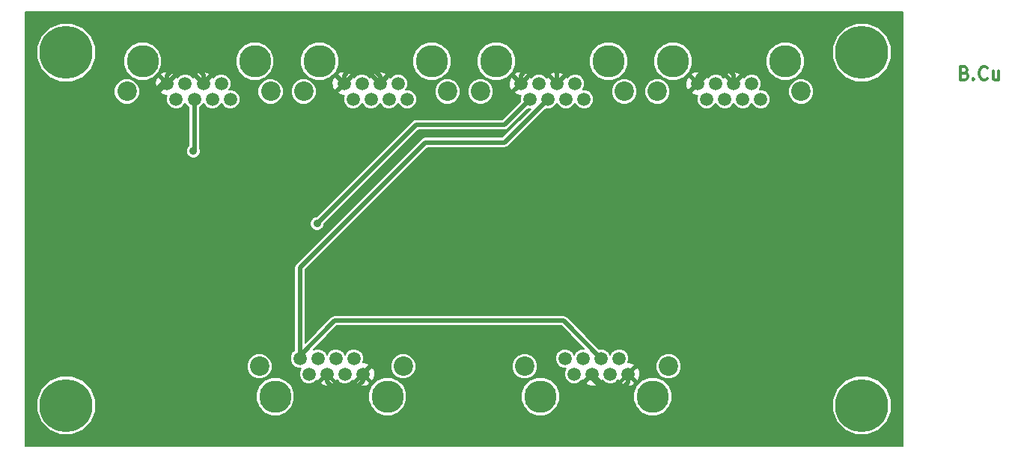
<source format=gbl>
G04 (created by PCBNEW (2013-07-07 BZR 4022)-stable) date 9/18/2013 12:17:53*
%MOIN*%
G04 Gerber Fmt 3.4, Leading zero omitted, Abs format*
%FSLAX34Y34*%
G01*
G70*
G90*
G04 APERTURE LIST*
%ADD10C,0.00590551*%
%ADD11C,0.011811*%
%ADD12C,0.23622*%
%ADD13C,0.1437*%
%ADD14C,0.0591*%
%ADD15C,0.0866142*%
%ADD16C,0.035*%
%ADD17C,0.019685*%
%ADD18C,0.00787402*%
G04 APERTURE END LIST*
G54D10*
G54D11*
X46701Y-7606D02*
X46785Y-7634D01*
X46813Y-7663D01*
X46841Y-7719D01*
X46841Y-7803D01*
X46813Y-7859D01*
X46785Y-7888D01*
X46729Y-7916D01*
X46504Y-7916D01*
X46504Y-7325D01*
X46701Y-7325D01*
X46757Y-7353D01*
X46785Y-7381D01*
X46813Y-7438D01*
X46813Y-7494D01*
X46785Y-7550D01*
X46757Y-7578D01*
X46701Y-7606D01*
X46504Y-7606D01*
X47095Y-7859D02*
X47123Y-7888D01*
X47095Y-7916D01*
X47066Y-7888D01*
X47095Y-7859D01*
X47095Y-7916D01*
X47713Y-7859D02*
X47685Y-7888D01*
X47601Y-7916D01*
X47544Y-7916D01*
X47460Y-7888D01*
X47404Y-7831D01*
X47376Y-7775D01*
X47348Y-7663D01*
X47348Y-7578D01*
X47376Y-7466D01*
X47404Y-7410D01*
X47460Y-7353D01*
X47544Y-7325D01*
X47601Y-7325D01*
X47685Y-7353D01*
X47713Y-7381D01*
X48219Y-7522D02*
X48219Y-7916D01*
X47966Y-7522D02*
X47966Y-7831D01*
X47994Y-7888D01*
X48051Y-7916D01*
X48135Y-7916D01*
X48191Y-7888D01*
X48219Y-7859D01*
G54D12*
X6692Y-6692D03*
X6692Y-22440D03*
X42125Y-22440D03*
X42125Y-6692D03*
G54D13*
X33720Y-7086D03*
X38720Y-7086D03*
G54D14*
X34814Y-8086D03*
X35216Y-8787D03*
X35618Y-8086D03*
X36019Y-8787D03*
X36421Y-8086D03*
X36822Y-8787D03*
X37224Y-8086D03*
X37625Y-8787D03*
G54D15*
X33019Y-8437D03*
X39421Y-8437D03*
G54D13*
X25846Y-7086D03*
X30846Y-7086D03*
G54D14*
X26940Y-8086D03*
X27342Y-8787D03*
X27744Y-8086D03*
X28145Y-8787D03*
X28547Y-8086D03*
X28948Y-8787D03*
X29350Y-8086D03*
X29751Y-8787D03*
G54D15*
X25145Y-8437D03*
X31547Y-8437D03*
G54D13*
X17972Y-7086D03*
X22972Y-7086D03*
G54D14*
X19066Y-8086D03*
X19468Y-8787D03*
X19870Y-8086D03*
X20271Y-8787D03*
X20673Y-8086D03*
X21074Y-8787D03*
X21476Y-8086D03*
X21877Y-8787D03*
G54D15*
X17271Y-8437D03*
X23673Y-8437D03*
G54D13*
X10098Y-7086D03*
X15098Y-7086D03*
G54D14*
X11192Y-8086D03*
X11594Y-8787D03*
X11996Y-8086D03*
X12397Y-8787D03*
X12799Y-8086D03*
X13200Y-8787D03*
X13602Y-8086D03*
X14003Y-8787D03*
G54D15*
X9397Y-8437D03*
X15799Y-8437D03*
G54D13*
X32814Y-22047D03*
X27814Y-22047D03*
G54D14*
X31720Y-21047D03*
X31318Y-20346D03*
X30917Y-21047D03*
X30515Y-20346D03*
X30114Y-21047D03*
X29712Y-20346D03*
X29311Y-21047D03*
X28909Y-20346D03*
G54D15*
X33515Y-20696D03*
X27114Y-20696D03*
G54D13*
X21003Y-22047D03*
X16003Y-22047D03*
G54D14*
X19909Y-21047D03*
X19507Y-20346D03*
X19106Y-21047D03*
X18704Y-20346D03*
X18303Y-21047D03*
X17901Y-20346D03*
X17500Y-21047D03*
X17098Y-20346D03*
G54D15*
X21704Y-20696D03*
X15303Y-20696D03*
G54D16*
X17874Y-14330D03*
X12362Y-11102D03*
G54D17*
X11192Y-8086D02*
X10968Y-8086D01*
X17559Y-21791D02*
X18303Y-21047D01*
X17559Y-22204D02*
X17559Y-21791D01*
X16692Y-23070D02*
X17559Y-22204D01*
X14330Y-23070D02*
X16692Y-23070D01*
X9606Y-18346D02*
X14330Y-23070D01*
X9606Y-9448D02*
X9606Y-18346D01*
X10968Y-8086D02*
X9606Y-9448D01*
X19909Y-21047D02*
X19909Y-21035D01*
X27933Y-23228D02*
X30114Y-21047D01*
X26535Y-23228D02*
X27933Y-23228D01*
X23307Y-20000D02*
X26535Y-23228D01*
X20944Y-20000D02*
X23307Y-20000D01*
X19909Y-21035D02*
X20944Y-20000D01*
X18303Y-21047D02*
X18303Y-21374D01*
X18303Y-21374D02*
X18661Y-21732D01*
X18661Y-21732D02*
X19527Y-21732D01*
X19527Y-21732D02*
X19909Y-21350D01*
X19909Y-21350D02*
X19909Y-21047D01*
X30114Y-21047D02*
X30114Y-21216D01*
X30114Y-21216D02*
X30629Y-21732D01*
X30629Y-21732D02*
X31417Y-21732D01*
X31417Y-21732D02*
X31720Y-21429D01*
X31720Y-21429D02*
X31720Y-21047D01*
X34814Y-8086D02*
X34814Y-7783D01*
X36421Y-7681D02*
X36421Y-8086D01*
X36062Y-7322D02*
X36421Y-7681D01*
X35275Y-7322D02*
X36062Y-7322D01*
X34814Y-7783D02*
X35275Y-7322D01*
X28547Y-8086D02*
X28547Y-8066D01*
X33688Y-9212D02*
X34814Y-8086D01*
X31417Y-9212D02*
X33688Y-9212D01*
X29685Y-7480D02*
X31417Y-9212D01*
X29133Y-7480D02*
X29685Y-7480D01*
X28547Y-8066D02*
X29133Y-7480D01*
X26940Y-8086D02*
X26940Y-7704D01*
X28547Y-7602D02*
X28547Y-8086D01*
X28267Y-7322D02*
X28547Y-7602D01*
X27322Y-7322D02*
X28267Y-7322D01*
X26940Y-7704D02*
X27322Y-7322D01*
X20673Y-8086D02*
X20673Y-8066D01*
X25893Y-9133D02*
X26940Y-8086D01*
X23385Y-9133D02*
X25893Y-9133D01*
X21653Y-7401D02*
X23385Y-9133D01*
X21338Y-7401D02*
X21653Y-7401D01*
X20673Y-8066D02*
X21338Y-7401D01*
X19066Y-8086D02*
X19066Y-7704D01*
X20673Y-7759D02*
X20673Y-8086D01*
X20236Y-7322D02*
X20673Y-7759D01*
X19448Y-7322D02*
X20236Y-7322D01*
X19066Y-7704D02*
X19448Y-7322D01*
X12799Y-8086D02*
X12799Y-8066D01*
X17862Y-9291D02*
X19066Y-8086D01*
X15511Y-9291D02*
X17862Y-9291D01*
X14960Y-8740D02*
X15511Y-9291D01*
X14960Y-8267D02*
X14960Y-8740D01*
X14173Y-7480D02*
X14960Y-8267D01*
X13385Y-7480D02*
X14173Y-7480D01*
X12799Y-8066D02*
X13385Y-7480D01*
X12799Y-7681D02*
X12799Y-8086D01*
X12401Y-7283D02*
X12799Y-7681D01*
X11614Y-7283D02*
X12401Y-7283D01*
X11192Y-7704D02*
X11614Y-7283D01*
X11192Y-8086D02*
X11192Y-7704D01*
X26208Y-9921D02*
X27342Y-8787D01*
X22283Y-9921D02*
X26208Y-9921D01*
X17874Y-14330D02*
X22283Y-9921D01*
X17098Y-20346D02*
X17098Y-16287D01*
X26224Y-10708D02*
X28145Y-8787D01*
X22677Y-10708D02*
X26224Y-10708D01*
X17098Y-16287D02*
X22677Y-10708D01*
X17098Y-20346D02*
X17098Y-20224D01*
X28830Y-18661D02*
X30515Y-20346D01*
X18661Y-18661D02*
X28830Y-18661D01*
X17098Y-20224D02*
X18661Y-18661D01*
X12397Y-11066D02*
X12397Y-8787D01*
X12362Y-11102D02*
X12397Y-11066D01*
G54D10*
G36*
X43946Y-24261D02*
X43446Y-24261D01*
X43446Y-22179D01*
X43446Y-6431D01*
X43246Y-5945D01*
X42874Y-5574D01*
X42389Y-5372D01*
X41864Y-5372D01*
X41378Y-5572D01*
X41007Y-5943D01*
X40805Y-6429D01*
X40805Y-6954D01*
X41005Y-7439D01*
X41377Y-7811D01*
X41862Y-8013D01*
X42387Y-8013D01*
X42872Y-7813D01*
X43244Y-7441D01*
X43446Y-6956D01*
X43446Y-6431D01*
X43446Y-22179D01*
X43246Y-21693D01*
X42874Y-21322D01*
X42389Y-21120D01*
X41864Y-21120D01*
X41378Y-21320D01*
X41007Y-21691D01*
X40805Y-22177D01*
X40805Y-22702D01*
X41005Y-23187D01*
X41377Y-23559D01*
X41862Y-23761D01*
X42387Y-23761D01*
X42872Y-23561D01*
X43244Y-23189D01*
X43446Y-22704D01*
X43446Y-22179D01*
X43446Y-24261D01*
X39993Y-24261D01*
X39993Y-8323D01*
X39906Y-8113D01*
X39745Y-7951D01*
X39578Y-7882D01*
X39578Y-6916D01*
X39448Y-6601D01*
X39207Y-6359D01*
X38891Y-6228D01*
X38550Y-6228D01*
X38235Y-6358D01*
X37993Y-6600D01*
X37862Y-6915D01*
X37862Y-7256D01*
X37992Y-7571D01*
X38233Y-7813D01*
X38549Y-7944D01*
X38890Y-7944D01*
X39205Y-7814D01*
X39447Y-7573D01*
X39578Y-7258D01*
X39578Y-6916D01*
X39578Y-7882D01*
X39535Y-7864D01*
X39307Y-7864D01*
X39097Y-7951D01*
X38936Y-8112D01*
X38848Y-8322D01*
X38848Y-8550D01*
X38935Y-8760D01*
X39096Y-8922D01*
X39306Y-9009D01*
X39534Y-9009D01*
X39745Y-8922D01*
X39906Y-8761D01*
X39993Y-8551D01*
X39993Y-8323D01*
X39993Y-24261D01*
X38060Y-24261D01*
X38060Y-8701D01*
X37994Y-8541D01*
X37872Y-8418D01*
X37712Y-8352D01*
X37573Y-8352D01*
X37592Y-8333D01*
X37659Y-8173D01*
X37659Y-8000D01*
X37593Y-7840D01*
X37471Y-7718D01*
X37311Y-7651D01*
X37138Y-7651D01*
X36978Y-7717D01*
X36882Y-7813D01*
X36804Y-7788D01*
X36719Y-7874D01*
X36719Y-7703D01*
X36690Y-7612D01*
X36488Y-7545D01*
X36276Y-7560D01*
X36151Y-7612D01*
X36123Y-7703D01*
X36421Y-8000D01*
X36719Y-7703D01*
X36719Y-7874D01*
X36507Y-8086D01*
X36512Y-8092D01*
X36426Y-8177D01*
X36421Y-8172D01*
X36415Y-8177D01*
X36329Y-8092D01*
X36335Y-8086D01*
X36037Y-7788D01*
X35959Y-7813D01*
X35864Y-7718D01*
X35704Y-7651D01*
X35531Y-7651D01*
X35372Y-7717D01*
X35276Y-7813D01*
X35198Y-7788D01*
X35112Y-7874D01*
X35112Y-7703D01*
X35084Y-7612D01*
X34882Y-7545D01*
X34670Y-7560D01*
X34578Y-7598D01*
X34578Y-6916D01*
X34448Y-6601D01*
X34207Y-6359D01*
X33891Y-6228D01*
X33550Y-6228D01*
X33235Y-6358D01*
X32993Y-6600D01*
X32862Y-6915D01*
X32862Y-7256D01*
X32992Y-7571D01*
X33233Y-7813D01*
X33549Y-7944D01*
X33890Y-7944D01*
X34205Y-7814D01*
X34447Y-7573D01*
X34578Y-7258D01*
X34578Y-6916D01*
X34578Y-7598D01*
X34545Y-7612D01*
X34517Y-7703D01*
X34814Y-8000D01*
X35112Y-7703D01*
X35112Y-7874D01*
X34900Y-8086D01*
X34906Y-8092D01*
X34820Y-8177D01*
X34814Y-8172D01*
X34729Y-8258D01*
X34729Y-8086D01*
X34431Y-7788D01*
X34340Y-7817D01*
X34273Y-8019D01*
X34289Y-8231D01*
X34340Y-8356D01*
X34431Y-8384D01*
X34729Y-8086D01*
X34729Y-8258D01*
X34517Y-8470D01*
X34545Y-8560D01*
X34747Y-8627D01*
X34813Y-8622D01*
X34781Y-8700D01*
X34781Y-8873D01*
X34847Y-9033D01*
X34969Y-9155D01*
X35129Y-9222D01*
X35302Y-9222D01*
X35462Y-9156D01*
X35584Y-9034D01*
X35618Y-8954D01*
X35650Y-9033D01*
X35773Y-9155D01*
X35932Y-9222D01*
X36105Y-9222D01*
X36265Y-9156D01*
X36388Y-9034D01*
X36421Y-8954D01*
X36453Y-9033D01*
X36576Y-9155D01*
X36735Y-9222D01*
X36908Y-9222D01*
X37068Y-9156D01*
X37191Y-9034D01*
X37224Y-8954D01*
X37257Y-9033D01*
X37379Y-9155D01*
X37539Y-9222D01*
X37712Y-9222D01*
X37871Y-9156D01*
X37994Y-9034D01*
X38060Y-8874D01*
X38060Y-8701D01*
X38060Y-24261D01*
X34088Y-24261D01*
X34088Y-20583D01*
X34001Y-20373D01*
X33840Y-20211D01*
X33630Y-20124D01*
X33592Y-20124D01*
X33592Y-8323D01*
X33505Y-8113D01*
X33344Y-7951D01*
X33134Y-7864D01*
X32906Y-7864D01*
X32695Y-7951D01*
X32534Y-8112D01*
X32447Y-8322D01*
X32447Y-8550D01*
X32534Y-8760D01*
X32695Y-8922D01*
X32905Y-9009D01*
X33133Y-9009D01*
X33343Y-8922D01*
X33504Y-8761D01*
X33592Y-8551D01*
X33592Y-8323D01*
X33592Y-20124D01*
X33402Y-20124D01*
X33191Y-20211D01*
X33030Y-20372D01*
X32943Y-20582D01*
X32943Y-20810D01*
X33030Y-21020D01*
X33191Y-21181D01*
X33401Y-21269D01*
X33629Y-21269D01*
X33839Y-21182D01*
X34000Y-21021D01*
X34088Y-20811D01*
X34088Y-20583D01*
X34088Y-24261D01*
X33672Y-24261D01*
X33672Y-21877D01*
X33542Y-21561D01*
X33301Y-21320D01*
X32986Y-21189D01*
X32645Y-21189D01*
X32329Y-21319D01*
X32261Y-21387D01*
X32261Y-21114D01*
X32246Y-20902D01*
X32194Y-20777D01*
X32119Y-20754D01*
X32119Y-8323D01*
X32032Y-8113D01*
X31871Y-7951D01*
X31704Y-7882D01*
X31704Y-6916D01*
X31574Y-6601D01*
X31333Y-6359D01*
X31017Y-6228D01*
X30676Y-6228D01*
X30361Y-6358D01*
X30119Y-6600D01*
X29988Y-6915D01*
X29988Y-7256D01*
X30118Y-7571D01*
X30359Y-7813D01*
X30675Y-7944D01*
X31016Y-7944D01*
X31331Y-7814D01*
X31573Y-7573D01*
X31704Y-7258D01*
X31704Y-6916D01*
X31704Y-7882D01*
X31661Y-7864D01*
X31433Y-7864D01*
X31223Y-7951D01*
X31062Y-8112D01*
X30974Y-8322D01*
X30974Y-8550D01*
X31061Y-8760D01*
X31222Y-8922D01*
X31432Y-9009D01*
X31660Y-9009D01*
X31871Y-8922D01*
X32032Y-8761D01*
X32119Y-8551D01*
X32119Y-8323D01*
X32119Y-20754D01*
X32103Y-20749D01*
X32018Y-20835D01*
X32018Y-20663D01*
X31989Y-20573D01*
X31788Y-20506D01*
X31721Y-20510D01*
X31753Y-20433D01*
X31753Y-20260D01*
X31687Y-20100D01*
X31565Y-19978D01*
X31405Y-19911D01*
X31232Y-19911D01*
X31072Y-19977D01*
X30950Y-20099D01*
X30917Y-20179D01*
X30884Y-20100D01*
X30762Y-19978D01*
X30602Y-19911D01*
X30429Y-19911D01*
X30420Y-19915D01*
X28998Y-18493D01*
X28921Y-18441D01*
X28830Y-18423D01*
X18661Y-18423D01*
X18570Y-18441D01*
X18493Y-18493D01*
X17336Y-19650D01*
X17336Y-16385D01*
X22775Y-10946D01*
X26224Y-10946D01*
X26224Y-10946D01*
X26315Y-10928D01*
X26315Y-10928D01*
X26392Y-10876D01*
X28050Y-9218D01*
X28058Y-9222D01*
X28231Y-9222D01*
X28391Y-9156D01*
X28514Y-9034D01*
X28547Y-8954D01*
X28579Y-9033D01*
X28702Y-9155D01*
X28861Y-9222D01*
X29034Y-9222D01*
X29194Y-9156D01*
X29317Y-9034D01*
X29350Y-8954D01*
X29383Y-9033D01*
X29505Y-9155D01*
X29665Y-9222D01*
X29838Y-9222D01*
X29997Y-9156D01*
X30120Y-9034D01*
X30186Y-8874D01*
X30186Y-8701D01*
X30120Y-8541D01*
X29998Y-8418D01*
X29838Y-8352D01*
X29699Y-8352D01*
X29718Y-8333D01*
X29785Y-8173D01*
X29785Y-8000D01*
X29719Y-7840D01*
X29597Y-7718D01*
X29437Y-7651D01*
X29264Y-7651D01*
X29104Y-7717D01*
X29008Y-7813D01*
X28930Y-7788D01*
X28844Y-7874D01*
X28844Y-7703D01*
X28816Y-7612D01*
X28614Y-7545D01*
X28402Y-7560D01*
X28277Y-7612D01*
X28249Y-7703D01*
X28547Y-8000D01*
X28844Y-7703D01*
X28844Y-7874D01*
X28632Y-8086D01*
X28638Y-8092D01*
X28552Y-8177D01*
X28547Y-8172D01*
X28541Y-8177D01*
X28455Y-8092D01*
X28461Y-8086D01*
X28163Y-7788D01*
X28085Y-7813D01*
X27990Y-7718D01*
X27830Y-7651D01*
X27657Y-7651D01*
X27498Y-7717D01*
X27402Y-7813D01*
X27324Y-7788D01*
X27238Y-7874D01*
X27238Y-7703D01*
X27210Y-7612D01*
X27008Y-7545D01*
X26796Y-7560D01*
X26704Y-7598D01*
X26704Y-6916D01*
X26574Y-6601D01*
X26333Y-6359D01*
X26017Y-6228D01*
X25676Y-6228D01*
X25361Y-6358D01*
X25119Y-6600D01*
X24988Y-6915D01*
X24988Y-7256D01*
X25118Y-7571D01*
X25359Y-7813D01*
X25675Y-7944D01*
X26016Y-7944D01*
X26331Y-7814D01*
X26573Y-7573D01*
X26704Y-7258D01*
X26704Y-6916D01*
X26704Y-7598D01*
X26671Y-7612D01*
X26643Y-7703D01*
X26940Y-8000D01*
X27238Y-7703D01*
X27238Y-7874D01*
X27026Y-8086D01*
X27032Y-8092D01*
X26946Y-8177D01*
X26940Y-8172D01*
X26855Y-8258D01*
X26855Y-8086D01*
X26557Y-7788D01*
X26466Y-7817D01*
X26399Y-8019D01*
X26415Y-8231D01*
X26466Y-8356D01*
X26557Y-8384D01*
X26855Y-8086D01*
X26855Y-8258D01*
X26643Y-8470D01*
X26671Y-8560D01*
X26873Y-8627D01*
X26939Y-8622D01*
X26907Y-8700D01*
X26907Y-8873D01*
X26911Y-8882D01*
X26110Y-9683D01*
X25718Y-9683D01*
X25718Y-8323D01*
X25631Y-8113D01*
X25470Y-7951D01*
X25260Y-7864D01*
X25032Y-7864D01*
X24821Y-7951D01*
X24660Y-8112D01*
X24573Y-8322D01*
X24573Y-8550D01*
X24660Y-8760D01*
X24820Y-8922D01*
X25031Y-9009D01*
X25259Y-9009D01*
X25469Y-8922D01*
X25630Y-8761D01*
X25718Y-8551D01*
X25718Y-8323D01*
X25718Y-9683D01*
X24245Y-9683D01*
X24245Y-8323D01*
X24158Y-8113D01*
X23997Y-7951D01*
X23830Y-7882D01*
X23830Y-6916D01*
X23700Y-6601D01*
X23459Y-6359D01*
X23143Y-6228D01*
X22802Y-6228D01*
X22487Y-6358D01*
X22245Y-6600D01*
X22114Y-6915D01*
X22114Y-7256D01*
X22244Y-7571D01*
X22485Y-7813D01*
X22801Y-7944D01*
X23142Y-7944D01*
X23457Y-7814D01*
X23699Y-7573D01*
X23830Y-7258D01*
X23830Y-6916D01*
X23830Y-7882D01*
X23787Y-7864D01*
X23559Y-7864D01*
X23349Y-7951D01*
X23188Y-8112D01*
X23100Y-8322D01*
X23100Y-8550D01*
X23187Y-8760D01*
X23348Y-8922D01*
X23558Y-9009D01*
X23786Y-9009D01*
X23997Y-8922D01*
X24158Y-8761D01*
X24245Y-8551D01*
X24245Y-8323D01*
X24245Y-9683D01*
X22312Y-9683D01*
X22312Y-8701D01*
X22246Y-8541D01*
X22124Y-8418D01*
X21964Y-8352D01*
X21825Y-8352D01*
X21844Y-8333D01*
X21911Y-8173D01*
X21911Y-8000D01*
X21845Y-7840D01*
X21723Y-7718D01*
X21563Y-7651D01*
X21390Y-7651D01*
X21230Y-7717D01*
X21134Y-7813D01*
X21056Y-7788D01*
X20970Y-7874D01*
X20970Y-7703D01*
X20942Y-7612D01*
X20740Y-7545D01*
X20528Y-7560D01*
X20403Y-7612D01*
X20375Y-7703D01*
X20673Y-8000D01*
X20970Y-7703D01*
X20970Y-7874D01*
X20758Y-8086D01*
X20764Y-8092D01*
X20678Y-8177D01*
X20673Y-8172D01*
X20667Y-8177D01*
X20581Y-8092D01*
X20587Y-8086D01*
X20289Y-7788D01*
X20211Y-7813D01*
X20116Y-7718D01*
X19956Y-7651D01*
X19783Y-7651D01*
X19624Y-7717D01*
X19528Y-7813D01*
X19450Y-7788D01*
X19364Y-7874D01*
X19364Y-7703D01*
X19336Y-7612D01*
X19134Y-7545D01*
X18922Y-7560D01*
X18830Y-7598D01*
X18830Y-6916D01*
X18700Y-6601D01*
X18459Y-6359D01*
X18143Y-6228D01*
X17802Y-6228D01*
X17487Y-6358D01*
X17245Y-6600D01*
X17114Y-6915D01*
X17114Y-7256D01*
X17244Y-7571D01*
X17485Y-7813D01*
X17801Y-7944D01*
X18142Y-7944D01*
X18457Y-7814D01*
X18699Y-7573D01*
X18830Y-7258D01*
X18830Y-6916D01*
X18830Y-7598D01*
X18797Y-7612D01*
X18769Y-7703D01*
X19066Y-8000D01*
X19364Y-7703D01*
X19364Y-7874D01*
X19152Y-8086D01*
X19158Y-8092D01*
X19072Y-8177D01*
X19066Y-8172D01*
X18981Y-8258D01*
X18981Y-8086D01*
X18683Y-7788D01*
X18592Y-7817D01*
X18525Y-8019D01*
X18541Y-8231D01*
X18592Y-8356D01*
X18683Y-8384D01*
X18981Y-8086D01*
X18981Y-8258D01*
X18769Y-8470D01*
X18797Y-8560D01*
X18999Y-8627D01*
X19065Y-8622D01*
X19033Y-8700D01*
X19033Y-8873D01*
X19099Y-9033D01*
X19221Y-9155D01*
X19381Y-9222D01*
X19554Y-9222D01*
X19714Y-9156D01*
X19836Y-9034D01*
X19870Y-8954D01*
X19902Y-9033D01*
X20024Y-9155D01*
X20184Y-9222D01*
X20357Y-9222D01*
X20517Y-9156D01*
X20640Y-9034D01*
X20673Y-8954D01*
X20705Y-9033D01*
X20828Y-9155D01*
X20987Y-9222D01*
X21160Y-9222D01*
X21320Y-9156D01*
X21443Y-9034D01*
X21476Y-8954D01*
X21509Y-9033D01*
X21631Y-9155D01*
X21791Y-9222D01*
X21964Y-9222D01*
X22123Y-9156D01*
X22246Y-9034D01*
X22312Y-8874D01*
X22312Y-8701D01*
X22312Y-9683D01*
X22283Y-9683D01*
X22192Y-9701D01*
X22115Y-9753D01*
X17852Y-14016D01*
X17844Y-14016D01*
X17844Y-8323D01*
X17757Y-8113D01*
X17596Y-7951D01*
X17386Y-7864D01*
X17158Y-7864D01*
X16947Y-7951D01*
X16786Y-8112D01*
X16699Y-8322D01*
X16699Y-8550D01*
X16786Y-8760D01*
X16946Y-8922D01*
X17157Y-9009D01*
X17385Y-9009D01*
X17595Y-8922D01*
X17756Y-8761D01*
X17843Y-8551D01*
X17844Y-8323D01*
X17844Y-14016D01*
X17811Y-14016D01*
X17696Y-14064D01*
X17607Y-14152D01*
X17559Y-14267D01*
X17559Y-14392D01*
X17607Y-14508D01*
X17695Y-14597D01*
X17811Y-14645D01*
X17936Y-14645D01*
X18051Y-14597D01*
X18140Y-14509D01*
X18188Y-14393D01*
X18188Y-14352D01*
X22381Y-10159D01*
X26208Y-10159D01*
X26208Y-10159D01*
X26299Y-10140D01*
X26299Y-10140D01*
X26376Y-10089D01*
X27247Y-9218D01*
X27255Y-9222D01*
X27374Y-9222D01*
X26125Y-10470D01*
X22677Y-10470D01*
X22586Y-10488D01*
X22509Y-10540D01*
X16930Y-16119D01*
X16878Y-16196D01*
X16860Y-16287D01*
X16860Y-19974D01*
X16852Y-19977D01*
X16729Y-20099D01*
X16663Y-20259D01*
X16663Y-20432D01*
X16729Y-20592D01*
X16851Y-20714D01*
X17011Y-20781D01*
X17150Y-20781D01*
X17131Y-20800D01*
X17065Y-20960D01*
X17065Y-21133D01*
X17131Y-21293D01*
X17253Y-21415D01*
X17413Y-21482D01*
X17586Y-21482D01*
X17746Y-21416D01*
X17841Y-21320D01*
X17919Y-21344D01*
X18217Y-21047D01*
X18211Y-21041D01*
X18297Y-20955D01*
X18303Y-20961D01*
X18308Y-20955D01*
X18394Y-21041D01*
X18388Y-21047D01*
X18686Y-21344D01*
X18764Y-21320D01*
X18859Y-21415D01*
X19019Y-21482D01*
X19192Y-21482D01*
X19352Y-21416D01*
X19447Y-21320D01*
X19525Y-21344D01*
X19823Y-21047D01*
X19818Y-21041D01*
X19903Y-20955D01*
X19909Y-20961D01*
X20207Y-20663D01*
X20178Y-20573D01*
X19977Y-20506D01*
X19910Y-20510D01*
X19942Y-20433D01*
X19942Y-20260D01*
X19876Y-20100D01*
X19754Y-19978D01*
X19594Y-19911D01*
X19421Y-19911D01*
X19261Y-19977D01*
X19139Y-20099D01*
X19106Y-20179D01*
X19073Y-20100D01*
X18951Y-19978D01*
X18791Y-19911D01*
X18618Y-19911D01*
X18458Y-19977D01*
X18336Y-20099D01*
X18303Y-20179D01*
X18270Y-20100D01*
X18148Y-19978D01*
X17988Y-19911D01*
X17815Y-19911D01*
X17699Y-19959D01*
X18759Y-18899D01*
X28732Y-18899D01*
X29744Y-19911D01*
X29626Y-19911D01*
X29466Y-19977D01*
X29344Y-20099D01*
X29311Y-20179D01*
X29278Y-20100D01*
X29156Y-19978D01*
X28996Y-19911D01*
X28823Y-19911D01*
X28663Y-19977D01*
X28540Y-20099D01*
X28474Y-20259D01*
X28474Y-20432D01*
X28540Y-20592D01*
X28662Y-20714D01*
X28822Y-20781D01*
X28961Y-20781D01*
X28942Y-20800D01*
X28876Y-20960D01*
X28876Y-21133D01*
X28942Y-21293D01*
X29064Y-21415D01*
X29224Y-21482D01*
X29397Y-21482D01*
X29557Y-21416D01*
X29652Y-21320D01*
X29730Y-21344D01*
X30028Y-21047D01*
X30022Y-21041D01*
X30108Y-20955D01*
X30114Y-20961D01*
X30119Y-20955D01*
X30205Y-21041D01*
X30199Y-21047D01*
X30497Y-21344D01*
X30575Y-21320D01*
X30670Y-21415D01*
X30830Y-21482D01*
X31003Y-21482D01*
X31163Y-21416D01*
X31258Y-21320D01*
X31336Y-21344D01*
X31634Y-21047D01*
X31629Y-21041D01*
X31714Y-20955D01*
X31720Y-20961D01*
X32018Y-20663D01*
X32018Y-20835D01*
X31806Y-21047D01*
X32103Y-21344D01*
X32194Y-21316D01*
X32261Y-21114D01*
X32261Y-21387D01*
X32088Y-21560D01*
X32018Y-21729D01*
X32018Y-21430D01*
X31720Y-21132D01*
X31422Y-21430D01*
X31450Y-21521D01*
X31652Y-21588D01*
X31865Y-21573D01*
X31989Y-21521D01*
X32018Y-21430D01*
X32018Y-21729D01*
X31957Y-21875D01*
X31956Y-22217D01*
X32087Y-22532D01*
X32328Y-22774D01*
X32643Y-22904D01*
X32984Y-22905D01*
X33300Y-22774D01*
X33541Y-22533D01*
X33672Y-22218D01*
X33672Y-21877D01*
X33672Y-24261D01*
X30411Y-24261D01*
X30411Y-21430D01*
X30114Y-21132D01*
X29816Y-21430D01*
X29844Y-21521D01*
X30046Y-21588D01*
X30258Y-21573D01*
X30383Y-21521D01*
X30411Y-21430D01*
X30411Y-24261D01*
X28672Y-24261D01*
X28672Y-21877D01*
X28542Y-21561D01*
X28301Y-21320D01*
X27986Y-21189D01*
X27686Y-21189D01*
X27686Y-20583D01*
X27599Y-20373D01*
X27438Y-20211D01*
X27228Y-20124D01*
X27000Y-20124D01*
X26790Y-20211D01*
X26629Y-20372D01*
X26541Y-20582D01*
X26541Y-20810D01*
X26628Y-21020D01*
X26789Y-21181D01*
X26999Y-21269D01*
X27227Y-21269D01*
X27438Y-21182D01*
X27599Y-21021D01*
X27686Y-20811D01*
X27686Y-20583D01*
X27686Y-21189D01*
X27645Y-21189D01*
X27329Y-21319D01*
X27088Y-21560D01*
X26957Y-21875D01*
X26956Y-22217D01*
X27087Y-22532D01*
X27328Y-22774D01*
X27643Y-22904D01*
X27984Y-22905D01*
X28300Y-22774D01*
X28541Y-22533D01*
X28672Y-22218D01*
X28672Y-21877D01*
X28672Y-24261D01*
X22277Y-24261D01*
X22277Y-20583D01*
X22190Y-20373D01*
X22029Y-20211D01*
X21819Y-20124D01*
X21591Y-20124D01*
X21380Y-20211D01*
X21219Y-20372D01*
X21132Y-20582D01*
X21132Y-20810D01*
X21219Y-21020D01*
X21380Y-21181D01*
X21590Y-21269D01*
X21818Y-21269D01*
X22028Y-21182D01*
X22189Y-21021D01*
X22277Y-20811D01*
X22277Y-20583D01*
X22277Y-24261D01*
X21861Y-24261D01*
X21861Y-21877D01*
X21731Y-21561D01*
X21490Y-21320D01*
X21175Y-21189D01*
X20834Y-21189D01*
X20518Y-21319D01*
X20450Y-21387D01*
X20450Y-21114D01*
X20435Y-20902D01*
X20383Y-20777D01*
X20292Y-20749D01*
X19995Y-21047D01*
X20292Y-21344D01*
X20383Y-21316D01*
X20450Y-21114D01*
X20450Y-21387D01*
X20277Y-21560D01*
X20207Y-21729D01*
X20207Y-21430D01*
X19909Y-21132D01*
X19611Y-21430D01*
X19639Y-21521D01*
X19841Y-21588D01*
X20054Y-21573D01*
X20178Y-21521D01*
X20207Y-21430D01*
X20207Y-21729D01*
X20146Y-21875D01*
X20145Y-22217D01*
X20276Y-22532D01*
X20517Y-22774D01*
X20832Y-22904D01*
X21173Y-22905D01*
X21489Y-22774D01*
X21730Y-22533D01*
X21861Y-22218D01*
X21861Y-21877D01*
X21861Y-24261D01*
X18600Y-24261D01*
X18600Y-21430D01*
X18303Y-21132D01*
X18005Y-21430D01*
X18033Y-21521D01*
X18235Y-21588D01*
X18447Y-21573D01*
X18572Y-21521D01*
X18600Y-21430D01*
X18600Y-24261D01*
X16861Y-24261D01*
X16861Y-21877D01*
X16731Y-21561D01*
X16490Y-21320D01*
X16371Y-21271D01*
X16371Y-8323D01*
X16284Y-8113D01*
X16123Y-7951D01*
X15956Y-7882D01*
X15956Y-6916D01*
X15826Y-6601D01*
X15585Y-6359D01*
X15269Y-6228D01*
X14928Y-6228D01*
X14613Y-6358D01*
X14371Y-6600D01*
X14240Y-6915D01*
X14240Y-7256D01*
X14370Y-7571D01*
X14611Y-7813D01*
X14927Y-7944D01*
X15268Y-7944D01*
X15583Y-7814D01*
X15825Y-7573D01*
X15956Y-7258D01*
X15956Y-6916D01*
X15956Y-7882D01*
X15913Y-7864D01*
X15685Y-7864D01*
X15475Y-7951D01*
X15314Y-8112D01*
X15226Y-8322D01*
X15226Y-8550D01*
X15313Y-8760D01*
X15474Y-8922D01*
X15684Y-9009D01*
X15912Y-9009D01*
X16123Y-8922D01*
X16284Y-8761D01*
X16371Y-8551D01*
X16371Y-8323D01*
X16371Y-21271D01*
X16175Y-21189D01*
X15875Y-21189D01*
X15875Y-20583D01*
X15788Y-20373D01*
X15627Y-20211D01*
X15417Y-20124D01*
X15189Y-20124D01*
X14979Y-20211D01*
X14818Y-20372D01*
X14730Y-20582D01*
X14730Y-20810D01*
X14817Y-21020D01*
X14978Y-21181D01*
X15188Y-21269D01*
X15416Y-21269D01*
X15626Y-21182D01*
X15788Y-21021D01*
X15875Y-20811D01*
X15875Y-20583D01*
X15875Y-21189D01*
X15834Y-21189D01*
X15518Y-21319D01*
X15277Y-21560D01*
X15146Y-21875D01*
X15145Y-22217D01*
X15276Y-22532D01*
X15517Y-22774D01*
X15832Y-22904D01*
X16173Y-22905D01*
X16489Y-22774D01*
X16730Y-22533D01*
X16861Y-22218D01*
X16861Y-21877D01*
X16861Y-24261D01*
X14438Y-24261D01*
X14438Y-8701D01*
X14372Y-8541D01*
X14250Y-8418D01*
X14090Y-8352D01*
X13951Y-8352D01*
X13970Y-8333D01*
X14037Y-8173D01*
X14037Y-8000D01*
X13971Y-7840D01*
X13849Y-7718D01*
X13689Y-7651D01*
X13516Y-7651D01*
X13356Y-7717D01*
X13260Y-7813D01*
X13182Y-7788D01*
X13096Y-7874D01*
X13096Y-7703D01*
X13068Y-7612D01*
X12866Y-7545D01*
X12654Y-7560D01*
X12529Y-7612D01*
X12501Y-7703D01*
X12799Y-8000D01*
X13096Y-7703D01*
X13096Y-7874D01*
X12884Y-8086D01*
X12890Y-8092D01*
X12804Y-8177D01*
X12799Y-8172D01*
X12793Y-8177D01*
X12707Y-8092D01*
X12713Y-8086D01*
X12415Y-7788D01*
X12337Y-7813D01*
X12242Y-7718D01*
X12082Y-7651D01*
X11909Y-7651D01*
X11750Y-7717D01*
X11654Y-7813D01*
X11576Y-7788D01*
X11490Y-7874D01*
X11490Y-7703D01*
X11462Y-7612D01*
X11260Y-7545D01*
X11048Y-7560D01*
X10956Y-7598D01*
X10956Y-6916D01*
X10826Y-6601D01*
X10585Y-6359D01*
X10269Y-6228D01*
X9928Y-6228D01*
X9613Y-6358D01*
X9371Y-6600D01*
X9240Y-6915D01*
X9240Y-7256D01*
X9370Y-7571D01*
X9611Y-7813D01*
X9927Y-7944D01*
X10268Y-7944D01*
X10583Y-7814D01*
X10825Y-7573D01*
X10956Y-7258D01*
X10956Y-6916D01*
X10956Y-7598D01*
X10923Y-7612D01*
X10895Y-7703D01*
X11192Y-8000D01*
X11490Y-7703D01*
X11490Y-7874D01*
X11278Y-8086D01*
X11284Y-8092D01*
X11198Y-8177D01*
X11192Y-8172D01*
X11107Y-8258D01*
X11107Y-8086D01*
X10809Y-7788D01*
X10718Y-7817D01*
X10651Y-8019D01*
X10667Y-8231D01*
X10718Y-8356D01*
X10809Y-8384D01*
X11107Y-8086D01*
X11107Y-8258D01*
X10895Y-8470D01*
X10923Y-8560D01*
X11125Y-8627D01*
X11191Y-8622D01*
X11159Y-8700D01*
X11159Y-8873D01*
X11225Y-9033D01*
X11347Y-9155D01*
X11507Y-9222D01*
X11680Y-9222D01*
X11840Y-9156D01*
X11962Y-9034D01*
X11996Y-8954D01*
X12028Y-9033D01*
X12150Y-9155D01*
X12159Y-9159D01*
X12159Y-10860D01*
X12095Y-10924D01*
X12047Y-11039D01*
X12047Y-11164D01*
X12095Y-11280D01*
X12183Y-11368D01*
X12299Y-11416D01*
X12424Y-11416D01*
X12540Y-11369D01*
X12628Y-11280D01*
X12676Y-11165D01*
X12676Y-11040D01*
X12635Y-10940D01*
X12635Y-9159D01*
X12643Y-9156D01*
X12766Y-9034D01*
X12799Y-8954D01*
X12831Y-9033D01*
X12954Y-9155D01*
X13113Y-9222D01*
X13286Y-9222D01*
X13446Y-9156D01*
X13569Y-9034D01*
X13602Y-8954D01*
X13635Y-9033D01*
X13757Y-9155D01*
X13917Y-9222D01*
X14090Y-9222D01*
X14249Y-9156D01*
X14372Y-9034D01*
X14438Y-8874D01*
X14438Y-8701D01*
X14438Y-24261D01*
X9970Y-24261D01*
X9970Y-8323D01*
X9883Y-8113D01*
X9722Y-7951D01*
X9512Y-7864D01*
X9284Y-7864D01*
X9073Y-7951D01*
X8912Y-8112D01*
X8825Y-8322D01*
X8825Y-8550D01*
X8912Y-8760D01*
X9072Y-8922D01*
X9283Y-9009D01*
X9511Y-9009D01*
X9721Y-8922D01*
X9882Y-8761D01*
X9969Y-8551D01*
X9970Y-8323D01*
X9970Y-24261D01*
X8013Y-24261D01*
X8013Y-22179D01*
X8013Y-6431D01*
X7813Y-5945D01*
X7441Y-5574D01*
X6956Y-5372D01*
X6431Y-5372D01*
X5945Y-5572D01*
X5574Y-5943D01*
X5372Y-6429D01*
X5372Y-6954D01*
X5572Y-7439D01*
X5943Y-7811D01*
X6429Y-8013D01*
X6954Y-8013D01*
X7439Y-7813D01*
X7811Y-7441D01*
X8013Y-6956D01*
X8013Y-6431D01*
X8013Y-22179D01*
X7813Y-21693D01*
X7441Y-21322D01*
X6956Y-21120D01*
X6431Y-21120D01*
X5945Y-21320D01*
X5574Y-21691D01*
X5372Y-22177D01*
X5372Y-22702D01*
X5572Y-23187D01*
X5943Y-23559D01*
X6429Y-23761D01*
X6954Y-23761D01*
X7439Y-23561D01*
X7811Y-23189D01*
X8013Y-22704D01*
X8013Y-22179D01*
X8013Y-24261D01*
X4872Y-24261D01*
X4872Y-4872D01*
X43946Y-4872D01*
X43946Y-24261D01*
X43946Y-24261D01*
G37*
G54D18*
X43946Y-24261D02*
X43446Y-24261D01*
X43446Y-22179D01*
X43446Y-6431D01*
X43246Y-5945D01*
X42874Y-5574D01*
X42389Y-5372D01*
X41864Y-5372D01*
X41378Y-5572D01*
X41007Y-5943D01*
X40805Y-6429D01*
X40805Y-6954D01*
X41005Y-7439D01*
X41377Y-7811D01*
X41862Y-8013D01*
X42387Y-8013D01*
X42872Y-7813D01*
X43244Y-7441D01*
X43446Y-6956D01*
X43446Y-6431D01*
X43446Y-22179D01*
X43246Y-21693D01*
X42874Y-21322D01*
X42389Y-21120D01*
X41864Y-21120D01*
X41378Y-21320D01*
X41007Y-21691D01*
X40805Y-22177D01*
X40805Y-22702D01*
X41005Y-23187D01*
X41377Y-23559D01*
X41862Y-23761D01*
X42387Y-23761D01*
X42872Y-23561D01*
X43244Y-23189D01*
X43446Y-22704D01*
X43446Y-22179D01*
X43446Y-24261D01*
X39993Y-24261D01*
X39993Y-8323D01*
X39906Y-8113D01*
X39745Y-7951D01*
X39578Y-7882D01*
X39578Y-6916D01*
X39448Y-6601D01*
X39207Y-6359D01*
X38891Y-6228D01*
X38550Y-6228D01*
X38235Y-6358D01*
X37993Y-6600D01*
X37862Y-6915D01*
X37862Y-7256D01*
X37992Y-7571D01*
X38233Y-7813D01*
X38549Y-7944D01*
X38890Y-7944D01*
X39205Y-7814D01*
X39447Y-7573D01*
X39578Y-7258D01*
X39578Y-6916D01*
X39578Y-7882D01*
X39535Y-7864D01*
X39307Y-7864D01*
X39097Y-7951D01*
X38936Y-8112D01*
X38848Y-8322D01*
X38848Y-8550D01*
X38935Y-8760D01*
X39096Y-8922D01*
X39306Y-9009D01*
X39534Y-9009D01*
X39745Y-8922D01*
X39906Y-8761D01*
X39993Y-8551D01*
X39993Y-8323D01*
X39993Y-24261D01*
X38060Y-24261D01*
X38060Y-8701D01*
X37994Y-8541D01*
X37872Y-8418D01*
X37712Y-8352D01*
X37573Y-8352D01*
X37592Y-8333D01*
X37659Y-8173D01*
X37659Y-8000D01*
X37593Y-7840D01*
X37471Y-7718D01*
X37311Y-7651D01*
X37138Y-7651D01*
X36978Y-7717D01*
X36882Y-7813D01*
X36804Y-7788D01*
X36719Y-7874D01*
X36719Y-7703D01*
X36690Y-7612D01*
X36488Y-7545D01*
X36276Y-7560D01*
X36151Y-7612D01*
X36123Y-7703D01*
X36421Y-8000D01*
X36719Y-7703D01*
X36719Y-7874D01*
X36507Y-8086D01*
X36512Y-8092D01*
X36426Y-8177D01*
X36421Y-8172D01*
X36415Y-8177D01*
X36329Y-8092D01*
X36335Y-8086D01*
X36037Y-7788D01*
X35959Y-7813D01*
X35864Y-7718D01*
X35704Y-7651D01*
X35531Y-7651D01*
X35372Y-7717D01*
X35276Y-7813D01*
X35198Y-7788D01*
X35112Y-7874D01*
X35112Y-7703D01*
X35084Y-7612D01*
X34882Y-7545D01*
X34670Y-7560D01*
X34578Y-7598D01*
X34578Y-6916D01*
X34448Y-6601D01*
X34207Y-6359D01*
X33891Y-6228D01*
X33550Y-6228D01*
X33235Y-6358D01*
X32993Y-6600D01*
X32862Y-6915D01*
X32862Y-7256D01*
X32992Y-7571D01*
X33233Y-7813D01*
X33549Y-7944D01*
X33890Y-7944D01*
X34205Y-7814D01*
X34447Y-7573D01*
X34578Y-7258D01*
X34578Y-6916D01*
X34578Y-7598D01*
X34545Y-7612D01*
X34517Y-7703D01*
X34814Y-8000D01*
X35112Y-7703D01*
X35112Y-7874D01*
X34900Y-8086D01*
X34906Y-8092D01*
X34820Y-8177D01*
X34814Y-8172D01*
X34729Y-8258D01*
X34729Y-8086D01*
X34431Y-7788D01*
X34340Y-7817D01*
X34273Y-8019D01*
X34289Y-8231D01*
X34340Y-8356D01*
X34431Y-8384D01*
X34729Y-8086D01*
X34729Y-8258D01*
X34517Y-8470D01*
X34545Y-8560D01*
X34747Y-8627D01*
X34813Y-8622D01*
X34781Y-8700D01*
X34781Y-8873D01*
X34847Y-9033D01*
X34969Y-9155D01*
X35129Y-9222D01*
X35302Y-9222D01*
X35462Y-9156D01*
X35584Y-9034D01*
X35618Y-8954D01*
X35650Y-9033D01*
X35773Y-9155D01*
X35932Y-9222D01*
X36105Y-9222D01*
X36265Y-9156D01*
X36388Y-9034D01*
X36421Y-8954D01*
X36453Y-9033D01*
X36576Y-9155D01*
X36735Y-9222D01*
X36908Y-9222D01*
X37068Y-9156D01*
X37191Y-9034D01*
X37224Y-8954D01*
X37257Y-9033D01*
X37379Y-9155D01*
X37539Y-9222D01*
X37712Y-9222D01*
X37871Y-9156D01*
X37994Y-9034D01*
X38060Y-8874D01*
X38060Y-8701D01*
X38060Y-24261D01*
X34088Y-24261D01*
X34088Y-20583D01*
X34001Y-20373D01*
X33840Y-20211D01*
X33630Y-20124D01*
X33592Y-20124D01*
X33592Y-8323D01*
X33505Y-8113D01*
X33344Y-7951D01*
X33134Y-7864D01*
X32906Y-7864D01*
X32695Y-7951D01*
X32534Y-8112D01*
X32447Y-8322D01*
X32447Y-8550D01*
X32534Y-8760D01*
X32695Y-8922D01*
X32905Y-9009D01*
X33133Y-9009D01*
X33343Y-8922D01*
X33504Y-8761D01*
X33592Y-8551D01*
X33592Y-8323D01*
X33592Y-20124D01*
X33402Y-20124D01*
X33191Y-20211D01*
X33030Y-20372D01*
X32943Y-20582D01*
X32943Y-20810D01*
X33030Y-21020D01*
X33191Y-21181D01*
X33401Y-21269D01*
X33629Y-21269D01*
X33839Y-21182D01*
X34000Y-21021D01*
X34088Y-20811D01*
X34088Y-20583D01*
X34088Y-24261D01*
X33672Y-24261D01*
X33672Y-21877D01*
X33542Y-21561D01*
X33301Y-21320D01*
X32986Y-21189D01*
X32645Y-21189D01*
X32329Y-21319D01*
X32261Y-21387D01*
X32261Y-21114D01*
X32246Y-20902D01*
X32194Y-20777D01*
X32119Y-20754D01*
X32119Y-8323D01*
X32032Y-8113D01*
X31871Y-7951D01*
X31704Y-7882D01*
X31704Y-6916D01*
X31574Y-6601D01*
X31333Y-6359D01*
X31017Y-6228D01*
X30676Y-6228D01*
X30361Y-6358D01*
X30119Y-6600D01*
X29988Y-6915D01*
X29988Y-7256D01*
X30118Y-7571D01*
X30359Y-7813D01*
X30675Y-7944D01*
X31016Y-7944D01*
X31331Y-7814D01*
X31573Y-7573D01*
X31704Y-7258D01*
X31704Y-6916D01*
X31704Y-7882D01*
X31661Y-7864D01*
X31433Y-7864D01*
X31223Y-7951D01*
X31062Y-8112D01*
X30974Y-8322D01*
X30974Y-8550D01*
X31061Y-8760D01*
X31222Y-8922D01*
X31432Y-9009D01*
X31660Y-9009D01*
X31871Y-8922D01*
X32032Y-8761D01*
X32119Y-8551D01*
X32119Y-8323D01*
X32119Y-20754D01*
X32103Y-20749D01*
X32018Y-20835D01*
X32018Y-20663D01*
X31989Y-20573D01*
X31788Y-20506D01*
X31721Y-20510D01*
X31753Y-20433D01*
X31753Y-20260D01*
X31687Y-20100D01*
X31565Y-19978D01*
X31405Y-19911D01*
X31232Y-19911D01*
X31072Y-19977D01*
X30950Y-20099D01*
X30917Y-20179D01*
X30884Y-20100D01*
X30762Y-19978D01*
X30602Y-19911D01*
X30429Y-19911D01*
X30420Y-19915D01*
X28998Y-18493D01*
X28921Y-18441D01*
X28830Y-18423D01*
X18661Y-18423D01*
X18570Y-18441D01*
X18493Y-18493D01*
X17336Y-19650D01*
X17336Y-16385D01*
X22775Y-10946D01*
X26224Y-10946D01*
X26224Y-10946D01*
X26315Y-10928D01*
X26315Y-10928D01*
X26392Y-10876D01*
X28050Y-9218D01*
X28058Y-9222D01*
X28231Y-9222D01*
X28391Y-9156D01*
X28514Y-9034D01*
X28547Y-8954D01*
X28579Y-9033D01*
X28702Y-9155D01*
X28861Y-9222D01*
X29034Y-9222D01*
X29194Y-9156D01*
X29317Y-9034D01*
X29350Y-8954D01*
X29383Y-9033D01*
X29505Y-9155D01*
X29665Y-9222D01*
X29838Y-9222D01*
X29997Y-9156D01*
X30120Y-9034D01*
X30186Y-8874D01*
X30186Y-8701D01*
X30120Y-8541D01*
X29998Y-8418D01*
X29838Y-8352D01*
X29699Y-8352D01*
X29718Y-8333D01*
X29785Y-8173D01*
X29785Y-8000D01*
X29719Y-7840D01*
X29597Y-7718D01*
X29437Y-7651D01*
X29264Y-7651D01*
X29104Y-7717D01*
X29008Y-7813D01*
X28930Y-7788D01*
X28844Y-7874D01*
X28844Y-7703D01*
X28816Y-7612D01*
X28614Y-7545D01*
X28402Y-7560D01*
X28277Y-7612D01*
X28249Y-7703D01*
X28547Y-8000D01*
X28844Y-7703D01*
X28844Y-7874D01*
X28632Y-8086D01*
X28638Y-8092D01*
X28552Y-8177D01*
X28547Y-8172D01*
X28541Y-8177D01*
X28455Y-8092D01*
X28461Y-8086D01*
X28163Y-7788D01*
X28085Y-7813D01*
X27990Y-7718D01*
X27830Y-7651D01*
X27657Y-7651D01*
X27498Y-7717D01*
X27402Y-7813D01*
X27324Y-7788D01*
X27238Y-7874D01*
X27238Y-7703D01*
X27210Y-7612D01*
X27008Y-7545D01*
X26796Y-7560D01*
X26704Y-7598D01*
X26704Y-6916D01*
X26574Y-6601D01*
X26333Y-6359D01*
X26017Y-6228D01*
X25676Y-6228D01*
X25361Y-6358D01*
X25119Y-6600D01*
X24988Y-6915D01*
X24988Y-7256D01*
X25118Y-7571D01*
X25359Y-7813D01*
X25675Y-7944D01*
X26016Y-7944D01*
X26331Y-7814D01*
X26573Y-7573D01*
X26704Y-7258D01*
X26704Y-6916D01*
X26704Y-7598D01*
X26671Y-7612D01*
X26643Y-7703D01*
X26940Y-8000D01*
X27238Y-7703D01*
X27238Y-7874D01*
X27026Y-8086D01*
X27032Y-8092D01*
X26946Y-8177D01*
X26940Y-8172D01*
X26855Y-8258D01*
X26855Y-8086D01*
X26557Y-7788D01*
X26466Y-7817D01*
X26399Y-8019D01*
X26415Y-8231D01*
X26466Y-8356D01*
X26557Y-8384D01*
X26855Y-8086D01*
X26855Y-8258D01*
X26643Y-8470D01*
X26671Y-8560D01*
X26873Y-8627D01*
X26939Y-8622D01*
X26907Y-8700D01*
X26907Y-8873D01*
X26911Y-8882D01*
X26110Y-9683D01*
X25718Y-9683D01*
X25718Y-8323D01*
X25631Y-8113D01*
X25470Y-7951D01*
X25260Y-7864D01*
X25032Y-7864D01*
X24821Y-7951D01*
X24660Y-8112D01*
X24573Y-8322D01*
X24573Y-8550D01*
X24660Y-8760D01*
X24820Y-8922D01*
X25031Y-9009D01*
X25259Y-9009D01*
X25469Y-8922D01*
X25630Y-8761D01*
X25718Y-8551D01*
X25718Y-8323D01*
X25718Y-9683D01*
X24245Y-9683D01*
X24245Y-8323D01*
X24158Y-8113D01*
X23997Y-7951D01*
X23830Y-7882D01*
X23830Y-6916D01*
X23700Y-6601D01*
X23459Y-6359D01*
X23143Y-6228D01*
X22802Y-6228D01*
X22487Y-6358D01*
X22245Y-6600D01*
X22114Y-6915D01*
X22114Y-7256D01*
X22244Y-7571D01*
X22485Y-7813D01*
X22801Y-7944D01*
X23142Y-7944D01*
X23457Y-7814D01*
X23699Y-7573D01*
X23830Y-7258D01*
X23830Y-6916D01*
X23830Y-7882D01*
X23787Y-7864D01*
X23559Y-7864D01*
X23349Y-7951D01*
X23188Y-8112D01*
X23100Y-8322D01*
X23100Y-8550D01*
X23187Y-8760D01*
X23348Y-8922D01*
X23558Y-9009D01*
X23786Y-9009D01*
X23997Y-8922D01*
X24158Y-8761D01*
X24245Y-8551D01*
X24245Y-8323D01*
X24245Y-9683D01*
X22312Y-9683D01*
X22312Y-8701D01*
X22246Y-8541D01*
X22124Y-8418D01*
X21964Y-8352D01*
X21825Y-8352D01*
X21844Y-8333D01*
X21911Y-8173D01*
X21911Y-8000D01*
X21845Y-7840D01*
X21723Y-7718D01*
X21563Y-7651D01*
X21390Y-7651D01*
X21230Y-7717D01*
X21134Y-7813D01*
X21056Y-7788D01*
X20970Y-7874D01*
X20970Y-7703D01*
X20942Y-7612D01*
X20740Y-7545D01*
X20528Y-7560D01*
X20403Y-7612D01*
X20375Y-7703D01*
X20673Y-8000D01*
X20970Y-7703D01*
X20970Y-7874D01*
X20758Y-8086D01*
X20764Y-8092D01*
X20678Y-8177D01*
X20673Y-8172D01*
X20667Y-8177D01*
X20581Y-8092D01*
X20587Y-8086D01*
X20289Y-7788D01*
X20211Y-7813D01*
X20116Y-7718D01*
X19956Y-7651D01*
X19783Y-7651D01*
X19624Y-7717D01*
X19528Y-7813D01*
X19450Y-7788D01*
X19364Y-7874D01*
X19364Y-7703D01*
X19336Y-7612D01*
X19134Y-7545D01*
X18922Y-7560D01*
X18830Y-7598D01*
X18830Y-6916D01*
X18700Y-6601D01*
X18459Y-6359D01*
X18143Y-6228D01*
X17802Y-6228D01*
X17487Y-6358D01*
X17245Y-6600D01*
X17114Y-6915D01*
X17114Y-7256D01*
X17244Y-7571D01*
X17485Y-7813D01*
X17801Y-7944D01*
X18142Y-7944D01*
X18457Y-7814D01*
X18699Y-7573D01*
X18830Y-7258D01*
X18830Y-6916D01*
X18830Y-7598D01*
X18797Y-7612D01*
X18769Y-7703D01*
X19066Y-8000D01*
X19364Y-7703D01*
X19364Y-7874D01*
X19152Y-8086D01*
X19158Y-8092D01*
X19072Y-8177D01*
X19066Y-8172D01*
X18981Y-8258D01*
X18981Y-8086D01*
X18683Y-7788D01*
X18592Y-7817D01*
X18525Y-8019D01*
X18541Y-8231D01*
X18592Y-8356D01*
X18683Y-8384D01*
X18981Y-8086D01*
X18981Y-8258D01*
X18769Y-8470D01*
X18797Y-8560D01*
X18999Y-8627D01*
X19065Y-8622D01*
X19033Y-8700D01*
X19033Y-8873D01*
X19099Y-9033D01*
X19221Y-9155D01*
X19381Y-9222D01*
X19554Y-9222D01*
X19714Y-9156D01*
X19836Y-9034D01*
X19870Y-8954D01*
X19902Y-9033D01*
X20024Y-9155D01*
X20184Y-9222D01*
X20357Y-9222D01*
X20517Y-9156D01*
X20640Y-9034D01*
X20673Y-8954D01*
X20705Y-9033D01*
X20828Y-9155D01*
X20987Y-9222D01*
X21160Y-9222D01*
X21320Y-9156D01*
X21443Y-9034D01*
X21476Y-8954D01*
X21509Y-9033D01*
X21631Y-9155D01*
X21791Y-9222D01*
X21964Y-9222D01*
X22123Y-9156D01*
X22246Y-9034D01*
X22312Y-8874D01*
X22312Y-8701D01*
X22312Y-9683D01*
X22283Y-9683D01*
X22192Y-9701D01*
X22115Y-9753D01*
X17852Y-14016D01*
X17844Y-14016D01*
X17844Y-8323D01*
X17757Y-8113D01*
X17596Y-7951D01*
X17386Y-7864D01*
X17158Y-7864D01*
X16947Y-7951D01*
X16786Y-8112D01*
X16699Y-8322D01*
X16699Y-8550D01*
X16786Y-8760D01*
X16946Y-8922D01*
X17157Y-9009D01*
X17385Y-9009D01*
X17595Y-8922D01*
X17756Y-8761D01*
X17843Y-8551D01*
X17844Y-8323D01*
X17844Y-14016D01*
X17811Y-14016D01*
X17696Y-14064D01*
X17607Y-14152D01*
X17559Y-14267D01*
X17559Y-14392D01*
X17607Y-14508D01*
X17695Y-14597D01*
X17811Y-14645D01*
X17936Y-14645D01*
X18051Y-14597D01*
X18140Y-14509D01*
X18188Y-14393D01*
X18188Y-14352D01*
X22381Y-10159D01*
X26208Y-10159D01*
X26208Y-10159D01*
X26299Y-10140D01*
X26299Y-10140D01*
X26376Y-10089D01*
X27247Y-9218D01*
X27255Y-9222D01*
X27374Y-9222D01*
X26125Y-10470D01*
X22677Y-10470D01*
X22586Y-10488D01*
X22509Y-10540D01*
X16930Y-16119D01*
X16878Y-16196D01*
X16860Y-16287D01*
X16860Y-19974D01*
X16852Y-19977D01*
X16729Y-20099D01*
X16663Y-20259D01*
X16663Y-20432D01*
X16729Y-20592D01*
X16851Y-20714D01*
X17011Y-20781D01*
X17150Y-20781D01*
X17131Y-20800D01*
X17065Y-20960D01*
X17065Y-21133D01*
X17131Y-21293D01*
X17253Y-21415D01*
X17413Y-21482D01*
X17586Y-21482D01*
X17746Y-21416D01*
X17841Y-21320D01*
X17919Y-21344D01*
X18217Y-21047D01*
X18211Y-21041D01*
X18297Y-20955D01*
X18303Y-20961D01*
X18308Y-20955D01*
X18394Y-21041D01*
X18388Y-21047D01*
X18686Y-21344D01*
X18764Y-21320D01*
X18859Y-21415D01*
X19019Y-21482D01*
X19192Y-21482D01*
X19352Y-21416D01*
X19447Y-21320D01*
X19525Y-21344D01*
X19823Y-21047D01*
X19818Y-21041D01*
X19903Y-20955D01*
X19909Y-20961D01*
X20207Y-20663D01*
X20178Y-20573D01*
X19977Y-20506D01*
X19910Y-20510D01*
X19942Y-20433D01*
X19942Y-20260D01*
X19876Y-20100D01*
X19754Y-19978D01*
X19594Y-19911D01*
X19421Y-19911D01*
X19261Y-19977D01*
X19139Y-20099D01*
X19106Y-20179D01*
X19073Y-20100D01*
X18951Y-19978D01*
X18791Y-19911D01*
X18618Y-19911D01*
X18458Y-19977D01*
X18336Y-20099D01*
X18303Y-20179D01*
X18270Y-20100D01*
X18148Y-19978D01*
X17988Y-19911D01*
X17815Y-19911D01*
X17699Y-19959D01*
X18759Y-18899D01*
X28732Y-18899D01*
X29744Y-19911D01*
X29626Y-19911D01*
X29466Y-19977D01*
X29344Y-20099D01*
X29311Y-20179D01*
X29278Y-20100D01*
X29156Y-19978D01*
X28996Y-19911D01*
X28823Y-19911D01*
X28663Y-19977D01*
X28540Y-20099D01*
X28474Y-20259D01*
X28474Y-20432D01*
X28540Y-20592D01*
X28662Y-20714D01*
X28822Y-20781D01*
X28961Y-20781D01*
X28942Y-20800D01*
X28876Y-20960D01*
X28876Y-21133D01*
X28942Y-21293D01*
X29064Y-21415D01*
X29224Y-21482D01*
X29397Y-21482D01*
X29557Y-21416D01*
X29652Y-21320D01*
X29730Y-21344D01*
X30028Y-21047D01*
X30022Y-21041D01*
X30108Y-20955D01*
X30114Y-20961D01*
X30119Y-20955D01*
X30205Y-21041D01*
X30199Y-21047D01*
X30497Y-21344D01*
X30575Y-21320D01*
X30670Y-21415D01*
X30830Y-21482D01*
X31003Y-21482D01*
X31163Y-21416D01*
X31258Y-21320D01*
X31336Y-21344D01*
X31634Y-21047D01*
X31629Y-21041D01*
X31714Y-20955D01*
X31720Y-20961D01*
X32018Y-20663D01*
X32018Y-20835D01*
X31806Y-21047D01*
X32103Y-21344D01*
X32194Y-21316D01*
X32261Y-21114D01*
X32261Y-21387D01*
X32088Y-21560D01*
X32018Y-21729D01*
X32018Y-21430D01*
X31720Y-21132D01*
X31422Y-21430D01*
X31450Y-21521D01*
X31652Y-21588D01*
X31865Y-21573D01*
X31989Y-21521D01*
X32018Y-21430D01*
X32018Y-21729D01*
X31957Y-21875D01*
X31956Y-22217D01*
X32087Y-22532D01*
X32328Y-22774D01*
X32643Y-22904D01*
X32984Y-22905D01*
X33300Y-22774D01*
X33541Y-22533D01*
X33672Y-22218D01*
X33672Y-21877D01*
X33672Y-24261D01*
X30411Y-24261D01*
X30411Y-21430D01*
X30114Y-21132D01*
X29816Y-21430D01*
X29844Y-21521D01*
X30046Y-21588D01*
X30258Y-21573D01*
X30383Y-21521D01*
X30411Y-21430D01*
X30411Y-24261D01*
X28672Y-24261D01*
X28672Y-21877D01*
X28542Y-21561D01*
X28301Y-21320D01*
X27986Y-21189D01*
X27686Y-21189D01*
X27686Y-20583D01*
X27599Y-20373D01*
X27438Y-20211D01*
X27228Y-20124D01*
X27000Y-20124D01*
X26790Y-20211D01*
X26629Y-20372D01*
X26541Y-20582D01*
X26541Y-20810D01*
X26628Y-21020D01*
X26789Y-21181D01*
X26999Y-21269D01*
X27227Y-21269D01*
X27438Y-21182D01*
X27599Y-21021D01*
X27686Y-20811D01*
X27686Y-20583D01*
X27686Y-21189D01*
X27645Y-21189D01*
X27329Y-21319D01*
X27088Y-21560D01*
X26957Y-21875D01*
X26956Y-22217D01*
X27087Y-22532D01*
X27328Y-22774D01*
X27643Y-22904D01*
X27984Y-22905D01*
X28300Y-22774D01*
X28541Y-22533D01*
X28672Y-22218D01*
X28672Y-21877D01*
X28672Y-24261D01*
X22277Y-24261D01*
X22277Y-20583D01*
X22190Y-20373D01*
X22029Y-20211D01*
X21819Y-20124D01*
X21591Y-20124D01*
X21380Y-20211D01*
X21219Y-20372D01*
X21132Y-20582D01*
X21132Y-20810D01*
X21219Y-21020D01*
X21380Y-21181D01*
X21590Y-21269D01*
X21818Y-21269D01*
X22028Y-21182D01*
X22189Y-21021D01*
X22277Y-20811D01*
X22277Y-20583D01*
X22277Y-24261D01*
X21861Y-24261D01*
X21861Y-21877D01*
X21731Y-21561D01*
X21490Y-21320D01*
X21175Y-21189D01*
X20834Y-21189D01*
X20518Y-21319D01*
X20450Y-21387D01*
X20450Y-21114D01*
X20435Y-20902D01*
X20383Y-20777D01*
X20292Y-20749D01*
X19995Y-21047D01*
X20292Y-21344D01*
X20383Y-21316D01*
X20450Y-21114D01*
X20450Y-21387D01*
X20277Y-21560D01*
X20207Y-21729D01*
X20207Y-21430D01*
X19909Y-21132D01*
X19611Y-21430D01*
X19639Y-21521D01*
X19841Y-21588D01*
X20054Y-21573D01*
X20178Y-21521D01*
X20207Y-21430D01*
X20207Y-21729D01*
X20146Y-21875D01*
X20145Y-22217D01*
X20276Y-22532D01*
X20517Y-22774D01*
X20832Y-22904D01*
X21173Y-22905D01*
X21489Y-22774D01*
X21730Y-22533D01*
X21861Y-22218D01*
X21861Y-21877D01*
X21861Y-24261D01*
X18600Y-24261D01*
X18600Y-21430D01*
X18303Y-21132D01*
X18005Y-21430D01*
X18033Y-21521D01*
X18235Y-21588D01*
X18447Y-21573D01*
X18572Y-21521D01*
X18600Y-21430D01*
X18600Y-24261D01*
X16861Y-24261D01*
X16861Y-21877D01*
X16731Y-21561D01*
X16490Y-21320D01*
X16371Y-21271D01*
X16371Y-8323D01*
X16284Y-8113D01*
X16123Y-7951D01*
X15956Y-7882D01*
X15956Y-6916D01*
X15826Y-6601D01*
X15585Y-6359D01*
X15269Y-6228D01*
X14928Y-6228D01*
X14613Y-6358D01*
X14371Y-6600D01*
X14240Y-6915D01*
X14240Y-7256D01*
X14370Y-7571D01*
X14611Y-7813D01*
X14927Y-7944D01*
X15268Y-7944D01*
X15583Y-7814D01*
X15825Y-7573D01*
X15956Y-7258D01*
X15956Y-6916D01*
X15956Y-7882D01*
X15913Y-7864D01*
X15685Y-7864D01*
X15475Y-7951D01*
X15314Y-8112D01*
X15226Y-8322D01*
X15226Y-8550D01*
X15313Y-8760D01*
X15474Y-8922D01*
X15684Y-9009D01*
X15912Y-9009D01*
X16123Y-8922D01*
X16284Y-8761D01*
X16371Y-8551D01*
X16371Y-8323D01*
X16371Y-21271D01*
X16175Y-21189D01*
X15875Y-21189D01*
X15875Y-20583D01*
X15788Y-20373D01*
X15627Y-20211D01*
X15417Y-20124D01*
X15189Y-20124D01*
X14979Y-20211D01*
X14818Y-20372D01*
X14730Y-20582D01*
X14730Y-20810D01*
X14817Y-21020D01*
X14978Y-21181D01*
X15188Y-21269D01*
X15416Y-21269D01*
X15626Y-21182D01*
X15788Y-21021D01*
X15875Y-20811D01*
X15875Y-20583D01*
X15875Y-21189D01*
X15834Y-21189D01*
X15518Y-21319D01*
X15277Y-21560D01*
X15146Y-21875D01*
X15145Y-22217D01*
X15276Y-22532D01*
X15517Y-22774D01*
X15832Y-22904D01*
X16173Y-22905D01*
X16489Y-22774D01*
X16730Y-22533D01*
X16861Y-22218D01*
X16861Y-21877D01*
X16861Y-24261D01*
X14438Y-24261D01*
X14438Y-8701D01*
X14372Y-8541D01*
X14250Y-8418D01*
X14090Y-8352D01*
X13951Y-8352D01*
X13970Y-8333D01*
X14037Y-8173D01*
X14037Y-8000D01*
X13971Y-7840D01*
X13849Y-7718D01*
X13689Y-7651D01*
X13516Y-7651D01*
X13356Y-7717D01*
X13260Y-7813D01*
X13182Y-7788D01*
X13096Y-7874D01*
X13096Y-7703D01*
X13068Y-7612D01*
X12866Y-7545D01*
X12654Y-7560D01*
X12529Y-7612D01*
X12501Y-7703D01*
X12799Y-8000D01*
X13096Y-7703D01*
X13096Y-7874D01*
X12884Y-8086D01*
X12890Y-8092D01*
X12804Y-8177D01*
X12799Y-8172D01*
X12793Y-8177D01*
X12707Y-8092D01*
X12713Y-8086D01*
X12415Y-7788D01*
X12337Y-7813D01*
X12242Y-7718D01*
X12082Y-7651D01*
X11909Y-7651D01*
X11750Y-7717D01*
X11654Y-7813D01*
X11576Y-7788D01*
X11490Y-7874D01*
X11490Y-7703D01*
X11462Y-7612D01*
X11260Y-7545D01*
X11048Y-7560D01*
X10956Y-7598D01*
X10956Y-6916D01*
X10826Y-6601D01*
X10585Y-6359D01*
X10269Y-6228D01*
X9928Y-6228D01*
X9613Y-6358D01*
X9371Y-6600D01*
X9240Y-6915D01*
X9240Y-7256D01*
X9370Y-7571D01*
X9611Y-7813D01*
X9927Y-7944D01*
X10268Y-7944D01*
X10583Y-7814D01*
X10825Y-7573D01*
X10956Y-7258D01*
X10956Y-6916D01*
X10956Y-7598D01*
X10923Y-7612D01*
X10895Y-7703D01*
X11192Y-8000D01*
X11490Y-7703D01*
X11490Y-7874D01*
X11278Y-8086D01*
X11284Y-8092D01*
X11198Y-8177D01*
X11192Y-8172D01*
X11107Y-8258D01*
X11107Y-8086D01*
X10809Y-7788D01*
X10718Y-7817D01*
X10651Y-8019D01*
X10667Y-8231D01*
X10718Y-8356D01*
X10809Y-8384D01*
X11107Y-8086D01*
X11107Y-8258D01*
X10895Y-8470D01*
X10923Y-8560D01*
X11125Y-8627D01*
X11191Y-8622D01*
X11159Y-8700D01*
X11159Y-8873D01*
X11225Y-9033D01*
X11347Y-9155D01*
X11507Y-9222D01*
X11680Y-9222D01*
X11840Y-9156D01*
X11962Y-9034D01*
X11996Y-8954D01*
X12028Y-9033D01*
X12150Y-9155D01*
X12159Y-9159D01*
X12159Y-10860D01*
X12095Y-10924D01*
X12047Y-11039D01*
X12047Y-11164D01*
X12095Y-11280D01*
X12183Y-11368D01*
X12299Y-11416D01*
X12424Y-11416D01*
X12540Y-11369D01*
X12628Y-11280D01*
X12676Y-11165D01*
X12676Y-11040D01*
X12635Y-10940D01*
X12635Y-9159D01*
X12643Y-9156D01*
X12766Y-9034D01*
X12799Y-8954D01*
X12831Y-9033D01*
X12954Y-9155D01*
X13113Y-9222D01*
X13286Y-9222D01*
X13446Y-9156D01*
X13569Y-9034D01*
X13602Y-8954D01*
X13635Y-9033D01*
X13757Y-9155D01*
X13917Y-9222D01*
X14090Y-9222D01*
X14249Y-9156D01*
X14372Y-9034D01*
X14438Y-8874D01*
X14438Y-8701D01*
X14438Y-24261D01*
X9970Y-24261D01*
X9970Y-8323D01*
X9883Y-8113D01*
X9722Y-7951D01*
X9512Y-7864D01*
X9284Y-7864D01*
X9073Y-7951D01*
X8912Y-8112D01*
X8825Y-8322D01*
X8825Y-8550D01*
X8912Y-8760D01*
X9072Y-8922D01*
X9283Y-9009D01*
X9511Y-9009D01*
X9721Y-8922D01*
X9882Y-8761D01*
X9969Y-8551D01*
X9970Y-8323D01*
X9970Y-24261D01*
X8013Y-24261D01*
X8013Y-22179D01*
X8013Y-6431D01*
X7813Y-5945D01*
X7441Y-5574D01*
X6956Y-5372D01*
X6431Y-5372D01*
X5945Y-5572D01*
X5574Y-5943D01*
X5372Y-6429D01*
X5372Y-6954D01*
X5572Y-7439D01*
X5943Y-7811D01*
X6429Y-8013D01*
X6954Y-8013D01*
X7439Y-7813D01*
X7811Y-7441D01*
X8013Y-6956D01*
X8013Y-6431D01*
X8013Y-22179D01*
X7813Y-21693D01*
X7441Y-21322D01*
X6956Y-21120D01*
X6431Y-21120D01*
X5945Y-21320D01*
X5574Y-21691D01*
X5372Y-22177D01*
X5372Y-22702D01*
X5572Y-23187D01*
X5943Y-23559D01*
X6429Y-23761D01*
X6954Y-23761D01*
X7439Y-23561D01*
X7811Y-23189D01*
X8013Y-22704D01*
X8013Y-22179D01*
X8013Y-24261D01*
X4872Y-24261D01*
X4872Y-4872D01*
X43946Y-4872D01*
X43946Y-24261D01*
M02*

</source>
